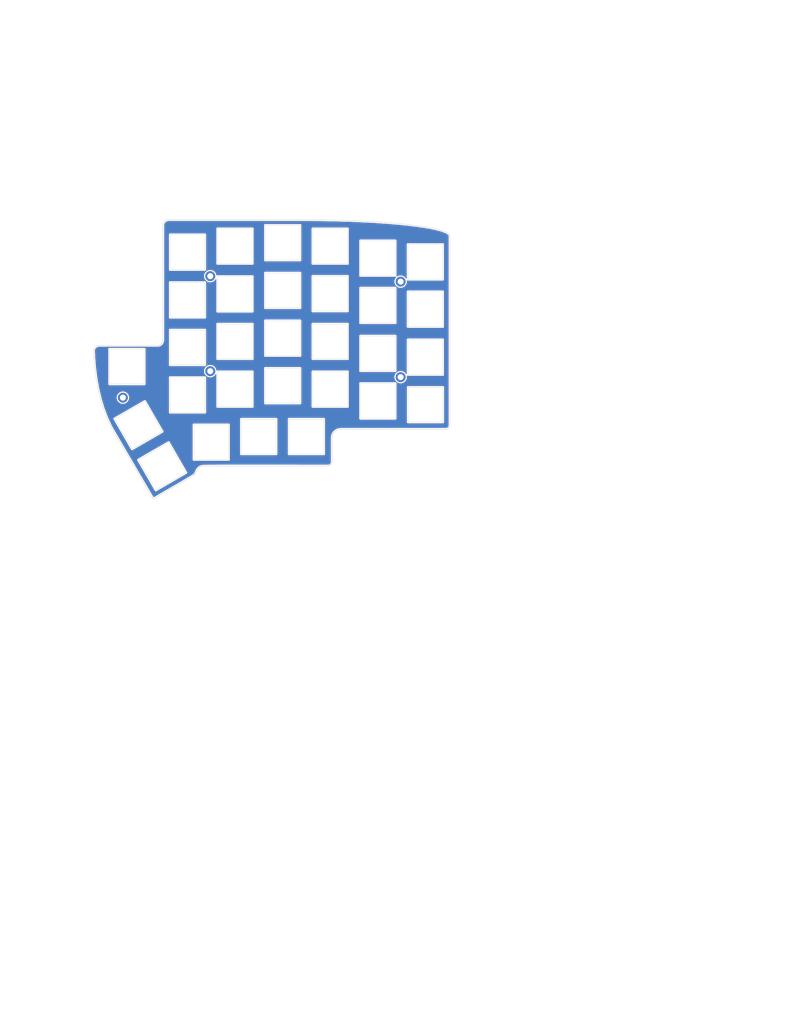
<source format=kicad_pcb>
(kicad_pcb (version 20221018) (generator pcbnew)
  (layers (0 "F.Cu" signal) (31 "B.Cu" signal) (34 "B.Paste" user) (35 "F.Paste" user) (36 "B.SilkS" user "B.Silkscreen") (37 "F.SilkS" user "F.Silkscreen") (38 "B.Mask" user) (39 "F.Mask" user) (44 "Edge.Cuts" user))
  (net 0 "")
  (footprint "Lily58-footprint:MX_Choc_Cutout" (layer "F.Cu") (at 215.697916 90.087656)
    (fp_text reference "SW18" hide)
    (fp_text value "SW_PUSH" hide)
    (fp_line (start -7 -7) (end 7 -7) (stroke (width 0.15)) (layer "Edge.Cuts"))
    (fp_line (start -7 7) (end -7 -7) (stroke (width 0.15)) (layer "Edge.Cuts"))
    (fp_line (start 7 -7) (end 7 7) (stroke (width 0.15)) (layer "Edge.Cuts"))
    (fp_line (start 7 7) (end -7 7) (stroke (width 0.15)) (layer "Edge.Cuts"))
    (zone (net 0) (net_name "") (layers "F&B.Cu") (connect_pads (clearance 0)) (min_thickness 0.25)
      (keepout (tracks not_allowed) (vias not_allowed) (pads not_allowed) (copperpour not_allowed) (footprints not_allowed))
      (fill (thermal_gap 0.5) (thermal_bridge_width 0.5))
      (polygon (pts (xy 208.697916 83.087656) (xy 208.697916 97.087656) (xy 222.697916 97.087656) (xy 222.697916 83.087656)))
    )
  )
  (footprint "Lily58-footprint:MX_Choc_Cutout" (layer "F.Cu") (at 196.697916 50.487656)
    (fp_text reference "SW5" hide)
    (fp_text value "SW_PUSH" hide)
    (fp_line (start -7 -7) (end 7 -7) (stroke (width 0.15)) (layer "Edge.Cuts"))
    (fp_line (start -7 7) (end -7 -7) (stroke (width 0.15)) (layer "Edge.Cuts"))
    (fp_line (start 7 -7) (end 7 7) (stroke (width 0.15)) (layer "Edge.Cuts"))
    (fp_line (start 7 7) (end -7 7) (stroke (width 0.15)) (layer "Edge.Cuts"))
    (zone (net 0) (net_name "") (layers "F&B.Cu") (connect_pads (clearance 0)) (min_thickness 0.25)
      (keepout (tracks not_allowed) (vias not_allowed) (pads not_allowed) (copperpour not_allowed) (footprints not_allowed))
      (fill (thermal_gap 0.5) (thermal_bridge_width 0.5))
      (polygon (pts (xy 189.697916 43.487656) (xy 189.697916 57.487656) (xy 203.697916 57.487656) (xy 203.697916 43.487656)))
    )
  )
  (footprint "Lily58-footprint:MX_Choc_Cutout" (layer "F.Cu") (at 215.697916 70.887656)
    (fp_text reference "SW12" hide)
    (fp_text value "SW_PUSH" hide)
    (fp_line (start -7 -7) (end 7 -7) (stroke (width 0.15)) (layer "Edge.Cuts"))
    (fp_line (start -7 7) (end -7 -7) (stroke (width 0.15)) (layer "Edge.Cuts"))
    (fp_line (start 7 -7) (end 7 7) (stroke (width 0.15)) (layer "Edge.Cuts"))
    (fp_line (start 7 7) (end -7 7) (stroke (width 0.15)) (layer "Edge.Cuts"))
    (zone (net 0) (net_name "") (layers "F&B.Cu") (connect_pads (clearance 0)) (min_thickness 0.25)
      (keepout (tracks not_allowed) (vias not_allowed) (pads not_allowed) (copperpour not_allowed) (footprints not_allowed))
      (fill (thermal_gap 0.5) (thermal_bridge_width 0.5))
      (polygon (pts (xy 208.697916 63.887656) (xy 208.697916 77.887656) (xy 222.697916 77.887656) (xy 222.697916 63.887656)))
    )
  )
  (footprint "Lily58-footprint:MX_Choc_Cutout" (layer "F.Cu") (at 129.997916 124.087656)
    (fp_text reference "SW27" hide)
    (fp_text value "SW_PUSH" hide)
    (fp_line (start -7 -7) (end 7 -7) (stroke (width 0.15)) (layer "Edge.Cuts"))
    (fp_line (start -7 7) (end -7 -7) (stroke (width 0.15)) (layer "Edge.Cuts"))
    (fp_line (start 7 -7) (end 7 7) (stroke (width 0.15)) (layer "Edge.Cuts"))
    (fp_line (start 7 7) (end -7 7) (stroke (width 0.15)) (layer "Edge.Cuts"))
    (zone (net 0) (net_name "") (layers "F&B.Cu") (connect_pads (clearance 0)) (min_thickness 0.25)
      (keepout (tracks not_allowed) (vias not_allowed) (pads not_allowed) (copperpour not_allowed) (footprints not_allowed))
      (fill (thermal_gap 0.5) (thermal_bridge_width 0.5))
      (polygon (pts (xy 122.997916 117.087656) (xy 122.997916 131.087656) (xy 136.997916 131.087656) (xy 136.997916 117.087656)))
    )
  )
  (footprint "Lily58-footprint:MX_Choc_Cutout" (layer "F.Cu") (at 168.097916 121.837656)
    (fp_text reference "SW29" hide)
    (fp_text value "SW_PUSH" hide)
    (fp_line (start -7 -7) (end 7 -7) (stroke (width 0.15)) (layer "Edge.Cuts"))
    (fp_line (start -7 7) (end -7 -7) (stroke (width 0.15)) (layer "Edge.Cuts"))
    (fp_line (start 7 -7) (end 7 7) (stroke (width 0.15)) (layer "Edge.Cuts"))
    (fp_line (start 7 7) (end -7 7) (stroke (width 0.15)) (layer "Edge.Cuts"))
    (zone (net 0) (net_name "") (layers "F&B.Cu") (connect_pads (clearance 0)) (min_thickness 0.25)
      (keepout (tracks not_allowed) (vias not_allowed) (pads not_allowed) (copperpour not_allowed) (footprints not_allowed))
      (fill (thermal_gap 0.5) (thermal_bridge_width 0.5))
      (polygon (pts (xy 161.097916 114.837656) (xy 161.097916 128.837656) (xy 175.097916 128.837656) (xy 175.097916 114.837656)))
    )
  )
  (footprint "Lily58-footprint:MX_Choc_Cutout" (layer "F.Cu") (at 139.497916 45.687656)
    (fp_text reference "SW2" hide)
    (fp_text value "SW_PUSH" hide)
    (fp_line (start -7 -7) (end 7 -7) (stroke (width 0.15)) (layer "Edge.Cuts"))
    (fp_line (start -7 7) (end -7 -7) (stroke (width 0.15)) (layer "Edge.Cuts"))
    (fp_line (start 7 -7) (end 7 7) (stroke (width 0.15)) (layer "Edge.Cuts"))
    (fp_line (start 7 7) (end -7 7) (stroke (width 0.15)) (layer "Edge.Cuts"))
    (zone (net 0) (net_name "") (layers "F&B.Cu") (connect_pads (clearance 0)) (min_thickness 0.25)
      (keepout (tracks not_allowed) (vias not_allowed) (pads not_allowed) (copperpour not_allowed) (footprints not_allowed))
      (fill (thermal_gap 0.5) (thermal_bridge_width 0.5))
      (polygon (pts (xy 132.497916 38.687656) (xy 132.497916 52.687656) (xy 146.497916 52.687656) (xy 146.497916 38.687656)))
    )
  )
  (footprint "Lily58-footprint:MX_Choc_Cutout" (layer "F.Cu") (at 158.597916 82.487656)
    (fp_text reference "SW15" hide)
    (fp_text value "SW_PUSH" hide)
    (fp_line (start -7 -7) (end 7 -7) (stroke (width 0.15)) (layer "Edge.Cuts"))
    (fp_line (start -7 7) (end -7 -7) (stroke (width 0.15)) (layer "Edge.Cuts"))
    (fp_line (start 7 -7) (end 7 7) (stroke (width 0.15)) (layer "Edge.Cuts"))
    (fp_line (start 7 7) (end -7 7) (stroke (width 0.15)) (layer "Edge.Cuts"))
    (zone (net 0) (net_name "") (layers "F&B.Cu") (connect_pads (clearance 0)) (min_thickness 0.25)
      (keepout (tracks not_allowed) (vias not_allowed) (pads not_allowed) (copperpour not_allowed) (footprints not_allowed))
      (fill (thermal_gap 0.5) (thermal_bridge_width 0.5))
      (polygon (pts (xy 151.597916 75.487656) (xy 151.597916 89.487656) (xy 165.597916 89.487656) (xy 165.597916 75.487656)))
    )
  )
  (footprint "Lily58-footprint:M2_HOLE_PCB" (layer "F.Cu") (at 205.797916 59.887656)
    (fp_text reference "TH4" hide)
    (fp_text value "HOLE")
    (pad "" thru_hole circle (at 0 0) (size 4 4) (drill 2.4) (layers "*.Cu" "*.Mask"))
  )
  (footprint "Lily58-footprint:MX_Choc_Cutout" (layer "F.Cu") (at 100.868833 117.284213 30)
    (fp_text reference "SW25" hide)
    (fp_text value "SW_PUSH" hide)
    (fp_line (start -7 -7) (end 7 -7) (stroke (width 0.15)) (layer "Edge.Cuts"))
    (fp_line (start -7 7) (end -7 -7) (stroke (width 0.15)) (layer "Edge.Cuts"))
    (fp_line (start 7 -7) (end 7 7) (stroke (width 0.15)) (layer "Edge.Cuts"))
    (fp_line (start 7 7) (end -7 7) (stroke (width 0.15)) (layer "Edge.Cuts"))
    (zone (net 0) (net_name "") (layers "F&B.Cu") (connect_pads (clearance 0)) (min_thickness 0.25)
      (keepout (tracks not_allowed) (vias not_allowed) (pads not_allowed) (copperpour not_allowed) (footprints not_allowed))
      (fill (thermal_gap 0.5) (thermal_bridge_width 0.5))
      (polygon (pts (xy 91.306655 114.722035) (xy 98.306655 126.846391) (xy 110.431011 119.846391) (xy 103.431011 107.722035)))
    )
  )
  (footprint "Lily58-footprint:MX_Choc_Cutout" (layer "F.Cu") (at 196.697916 69.387656)
    (fp_text reference "SW11" hide)
    (fp_text value "SW_PUSH" hide)
    (fp_line (start -7 -7) (end 7 -7) (stroke (width 0.15)) (layer "Edge.Cuts"))
    (fp_line (start -7 7) (end -7 -7) (stroke (width 0.15)) (layer "Edge.Cuts"))
    (fp_line (start 7 -7) (end 7 7) (stroke (width 0.15)) (layer "Edge.Cuts"))
    (fp_line (start 7 7) (end -7 7) (stroke (width 0.15)) (layer "Edge.Cuts"))
    (zone (net 0) (net_name "") (layers "F&B.Cu") (connect_pads (clearance 0)) (min_thickness 0.25)
      (keepout (tracks not_allowed) (vias not_allowed) (pads not_allowed) (copperpour not_allowed) (footprints not_allowed))
      (fill (thermal_gap 0.5) (thermal_bridge_width 0.5))
      (polygon (pts (xy 189.697916 62.387656) (xy 189.697916 76.387656) (xy 203.697916 76.387656) (xy 203.697916 62.387656)))
    )
  )
  (footprint "Lily58-footprint:MX_Choc_Cutout" (layer "F.Cu") (at 139.497916 64.787656)
    (fp_text reference "SW8" hide)
    (fp_text value "SW_PUSH" hide)
    (fp_line (start -7 -7) (end 7 -7) (stroke (width 0.15)) (layer "Edge.Cuts"))
    (fp_line (start -7 7) (end -7 -7) (stroke (width 0.15)) (layer "Edge.Cuts"))
    (fp_line (start 7 -7) (end 7 7) (stroke (width 0.15)) (layer "Edge.Cuts"))
    (fp_line (start 7 7) (end -7 7) (stroke (width 0.15)) (layer "Edge.Cuts"))
    (zone (net 0) (net_name "") (layers "F&B.Cu") (connect_pads (clearance 0)) (min_thickness 0.25)
      (keepout (tracks not_allowed) (vias not_allowed) (pads not_allowed) (copperpour not_allowed) (footprints not_allowed))
      (fill (thermal_gap 0.5) (thermal_bridge_width 0.5))
      (polygon (pts (xy 132.497916 57.787656) (xy 132.497916 71.787656) (xy 146.497916 71.787656) (xy 146.497916 57.787656)))
    )
  )
  (footprint "Lily58-footprint:M2_HOLE_PCB" (layer "F.Cu") (at 129.597916 95.687656)
    (fp_text reference "TH5" hide)
    (fp_text value "HOLE")
    (pad "" thru_hole circle (at 0 0) (size 4 4) (drill 2.4) (layers "*.Cu" "*.Mask"))
  )
  (footprint "Lily58-footprint:MX_Choc_Cutout" (layer "F.Cu") (at 120.497916 105.187656)
    (fp_text reference "SW19" hide)
    (fp_text value "SW_PUSH" hide)
    (fp_line (start -7 -7) (end 7 -7) (stroke (width 0.15)) (layer "Edge.Cuts"))
    (fp_line (start -7 7) (end -7 -7) (stroke (width 0.15)) (layer "Edge.Cuts"))
    (fp_line (start 7 -7) (end 7 7) (stroke (width 0.15)) (layer "Edge.Cuts"))
    (fp_line (start 7 7) (end -7 7) (stroke (width 0.15)) (layer "Edge.Cuts"))
    (zone (net 0) (net_name "") (layers "F&B.Cu") (connect_pads (clearance 0)) (min_thickness 0.25)
      (keepout (tracks not_allowed) (vias not_allowed) (pads not_allowed) (copperpour not_allowed) (footprints not_allowed))
      (fill (thermal_gap 0.5) (thermal_bridge_width 0.5))
      (polygon (pts (xy 113.497916 98.187656) (xy 113.497916 112.187656) (xy 127.497916 112.187656) (xy 127.497916 98.187656)))
    )
  )
  (footprint "Lily58-footprint:MX_Choc_Cutout" (layer "F.Cu") (at 120.497916 48.087656)
    (fp_text reference "SW1" hide)
    (fp_text value "SW_PUSH" hide)
    (fp_line (start -7 -7) (end 7 -7) (stroke (width 0.15)) (layer "Edge.Cuts"))
    (fp_line (start -7 7) (end -7 -7) (stroke (width 0.15)) (layer "Edge.Cuts"))
    (fp_line (start 7 -7) (end 7 7) (stroke (width 0.15)) (layer "Edge.Cuts"))
    (fp_line (start 7 7) (end -7 7) (stroke (width 0.15)) (layer "Edge.Cuts"))
    (zone (net 0) (net_name "") (layers "F&B.Cu") (connect_pads (clearance 0)) (min_thickness 0.25)
      (keepout (tracks not_allowed) (vias not_allowed) (pads not_allowed) (copperpour not_allowed) (footprints not_allowed))
      (fill (thermal_gap 0.5) (thermal_bridge_width 0.5))
      (polygon (pts (xy 113.497916 41.087656) (xy 113.497916 55.087656) (xy 127.497916 55.087656) (xy 127.497916 41.087656)))
    )
  )
  (footprint "Lily58-footprint:MX_Choc_Cutout" (layer "F.Cu") (at 177.597916 64.687656)
    (fp_text reference "SW10" hide)
    (fp_text value "SW_PUSH" hide)
    (fp_line (start -7 -7) (end 7 -7) (stroke (width 0.15)) (layer "Edge.Cuts"))
    (fp_line (start -7 7) (end -7 -7) (stroke (width 0.15)) (layer "Edge.Cuts"))
    (fp_line (start 7 -7) (end 7 7) (stroke (width 0.15)) (layer "Edge.Cuts"))
    (fp_line (start 7 7) (end -7 7) (stroke (width 0.15)) (layer "Edge.Cuts"))
    (zone (net 0) (net_name "") (layers "F&B.Cu") (connect_pads (clearance 0)) (min_thickness 0.25)
      (keepout (tracks not_allowed) (vias not_allowed) (pads not_allowed) (copperpour not_allowed) (footprints not_allowed))
      (fill (thermal_gap 0.5) (thermal_bridge_width 0.5))
      (polygon (pts (xy 170.597916 57.687656) (xy 170.597916 71.687656) (xy 184.597916 71.687656) (xy 184.597916 57.687656)))
    )
  )
  (footprint "Lily58-footprint:MX_Choc_Cutout" (layer "F.Cu") (at 196.697916 88.587656)
    (fp_text reference "SW17" hide)
    (fp_text value "SW_PUSH" hide)
    (fp_line (start -7 -7) (end 7 -7) (stroke (width 0.15)) (layer "Edge.Cuts"))
    (fp_line (start -7 7) (end -7 -7) (stroke (width 0.15)) (layer "Edge.Cuts"))
    (fp_line (start 7 -7) (end 7 7) (stroke (width 0.15)) (layer "Edge.Cuts"))
    (fp_line (start 7 7) (end -7 7) (stroke (width 0.15)) (layer "Edge.Cuts"))
    (zone (net 0) (net_name "") (layers "F&B.Cu") (connect_pads (clearance 0)) (min_thickness 0.25)
      (keepout (tracks not_allowed) (vias not_allowed) (pads not_allowed) (copperpour not_allowed) (footprints not_allowed))
      (fill (thermal_gap 0.5) (thermal_bridge_width 0.5))
      (polygon (pts (xy 189.697916 81.587656) (xy 189.697916 95.587656) (xy 203.697916 95.587656) (xy 203.697916 81.587656)))
    )
  )
  (footprint "Lily58-footprint:MX_Choc_Cutout" (layer "F.Cu") (at 110.368833 133.738695 30)
    (fp_text reference "SW26" hide)
    (fp_text value "SW_PUSH" hide)
    (fp_line (start -7 -7) (end 7 -7) (stroke (width 0.15)) (layer "Edge.Cuts"))
    (fp_line (start -7 7) (end -7 -7) (stroke (width 0.15)) (layer "Edge.Cuts"))
    (fp_line (start 7 -7) (end 7 7) (stroke (width 0.15)) (layer "Edge.Cuts"))
    (fp_line (start 7 7) (end -7 7) (stroke (width 0.15)) (layer "Edge.Cuts"))
    (zone (net 0) (net_name "") (layers "F&B.Cu") (connect_pads (clearance 0)) (min_thickness 0.25)
      (keepout (tracks not_allowed) (vias not_allowed) (pads not_allowed) (copperpour not_allowed) (footprints not_allowed))
      (fill (thermal_gap 0.5) (thermal_bridge_width 0.5))
      (polygon (pts (xy 100.806655 131.176517) (xy 107.806655 143.300873) (xy 119.931011 136.300873) (xy 112.931011 124.176517)))
    )
  )
  (footprint "Lily58-footprint:MX_Choc_Cutout" (layer "F.Cu") (at 139.497916 102.887656)
    (fp_text reference "SW20" hide)
    (fp_text value "SW_PUSH" hide)
    (fp_line (start -7 -7) (end 7 -7) (stroke (width 0.15)) (layer "Edge.Cuts"))
    (fp_line (start -7 7) (end -7 -7) (stroke (width 0.15)) (layer "Edge.Cuts"))
    (fp_line (start 7 -7) (end 7 7) (stroke (width 0.15)) (layer "Edge.Cuts"))
    (fp_line (start 7 7) (end -7 7) (stroke (width 0.15)) (layer "Edge.Cuts"))
    (zone (net 0) (net_name "") (layers "F&B.Cu") (connect_pads (clearance 0)) (min_thickness 0.25)
      (keepout (tracks not_allowed) (vias not_allowed) (pads not_allowed) (copperpour not_allowed) (footprints not_allowed))
      (fill (thermal_gap 0.5) (thermal_bridge_width 0.5))
      (polygon (pts (xy 132.497916 95.887656) (xy 132.497916 109.887656) (xy 146.497916 109.887656) (xy 146.497916 95.887656)))
    )
  )
  (footprint "Lily58-footprint:MX_Choc_Cutout" (layer "F.Cu") (at 120.497916 67.187656)
    (fp_text reference "SW7" hide)
    (fp_text value "SW_PUSH" hide)
    (fp_line (start -7 -7) (end 7 -7) (stroke (width 0.15)) (layer "Edge.Cuts"))
    (fp_line (start -7 7) (end -7 -7) (stroke (width 0.15)) (layer "Edge.Cuts"))
    (fp_line (start 7 -7) (end 7 7) (stroke (width 0.15)) (layer "Edge.Cuts"))
    (fp_line (start 7 7) (end -7 7) (stroke (width 0.15)) (layer "Edge.Cuts"))
    (zone (net 0) (net_name "") (layers "F&B.Cu") (connect_pads (clearance 0)) (min_thickness 0.25)
      (keepout (tracks not_allowed) (vias not_allowed) (pads not_allowed) (copperpour not_allowed) (footprints not_allowed))
      (fill (thermal_gap 0.5) (thermal_bridge_width 0.5))
      (polygon (pts (xy 113.497916 60.187656) (xy 113.497916 74.187656) (xy 127.497916 74.187656) (xy 127.497916 60.187656)))
    )
  )
  (footprint "Lily58-footprint:MX_Choc_Cutout" (layer "F.Cu") (at 177.597916 83.787656)
    (fp_text reference "SW16" hide)
    (fp_text value "SW_PUSH" hide)
    (fp_line (start -7 -7) (end 7 -7) (stroke (width 0.15)) (layer "Edge.Cuts"))
    (fp_line (start -7 7) (end -7 -7) (stroke (width 0.15)) (layer "Edge.Cuts"))
    (fp_line (start 7 -7) (end 7 7) (stroke (width 0.15)) (layer "Edge.Cuts"))
    (fp_line (start 7 7) (end -7 7) (stroke (width 0.15)) (layer "Edge.Cuts"))
    (zone (net 0) (net_name "") (layers "F&B.Cu") (connect_pads (clearance 0)) (min_thickness 0.25)
      (keepout (tracks not_allowed) (vias not_allowed) (pads not_allowed) (copperpour not_allowed) (footprints not_allowed))
      (fill (thermal_gap 0.5) (thermal_bridge_width 0.5))
      (polygon (pts (xy 170.597916 76.787656) (xy 170.597916 90.787656) (xy 184.597916 90.787656) (xy 184.597916 76.787656)))
    )
  )
  (footprint "Lily58-footprint:MX_Choc_Cutout" (layer "F.Cu") (at 158.597916 63.387656)
    (fp_text reference "SW9" hide)
    (fp_text value "SW_PUSH" hide)
    (fp_line (start -7 -7) (end 7 -7) (stroke (width 0.15)) (layer "Edge.Cuts"))
    (fp_line (start -7 7) (end -7 -7) (stroke (width 0.15)) (layer "Edge.Cuts"))
    (fp_line (start 7 -7) (end 7 7) (stroke (width 0.15)) (layer "Edge.Cuts"))
    (fp_line (start 7 7) (end -7 7) (stroke (width 0.15)) (layer "Edge.Cuts"))
    (zone (net 0) (net_name "") (layers "F&B.Cu") (connect_pads (clearance 0)) (min_thickness 0.25)
      (keepout (tracks not_allowed) (vias not_allowed) (pads not_allowed) (copperpour not_allowed) (footprints not_allowed))
      (fill (thermal_gap 0.5) (thermal_bridge_width 0.5))
      (polygon (pts (xy 151.597916 56.387656) (xy 151.597916 70.387656) (xy 165.597916 70.387656) (xy 165.597916 56.387656)))
    )
  )
  (footprint "Lily58-footprint:MX_Choc_Cutout" (layer "F.Cu") (at 177.597916 45.687656)
    (fp_text reference "SW4" hide)
    (fp_text value "SW_PUSH" hide)
    (fp_line (start -7 -7) (end 7 -7) (stroke (width 0.15)) (layer "Edge.Cuts"))
    (fp_line (start -7 7) (end -7 -7) (stroke (width 0.15)) (layer "Edge.Cuts"))
    (fp_line (start 7 -7) (end 7 7) (stroke (width 0.15)) (layer "Edge.Cuts"))
    (fp_line (start 7 7) (end -7 7) (stroke (width 0.15)) (layer "Edge.Cuts"))
    (zone (net 0) (net_name "") (layers "F&B.Cu") (connect_pads (clearance 0)) (min_thickness 0.25)
      (keepout (tracks not_allowed) (vias not_allowed) (pads not_allowed) (copperpour not_allowed) (footprints not_allowed))
      (fill (thermal_gap 0.5) (thermal_bridge_width 0.5))
      (polygon (pts (xy 170.597916 38.687656) (xy 170.597916 52.687656) (xy 184.597916 52.687656) (xy 184.597916 38.687656)))
    )
  )
  (footprint "Lily58-footprint:M2_HOLE_PCB" (layer "F.Cu") (at 94.640916 106.291656 90)
    (fp_text reference "TH7" hide)
    (fp_text value "HOLE")
    (pad "" thru_hole circle (at 0 0 90) (size 4 4) (drill 2.4) (layers "*.Cu" "*.Mask"))
  )
  (footprint "Lily58-footprint:MX_Choc_Cutout" (layer "F.Cu") (at 215.747916 109.087656)
    (fp_text reference "SW24" hide)
    (fp_text value "SW_PUSH" hide)
    (fp_line (start -7 -7) (end 7 -7) (stroke (width 0.15)) (layer "Edge.Cuts"))
    (fp_line (start -7 7) (end -7 -7) (stroke (width 0.15)) (layer "Edge.Cuts"))
    (fp_line (start 7 -7) (end 7 7) (stroke (width 0.15)) (layer "Edge.Cuts"))
    (fp_line (start 7 7) (end -7 7) (stroke (width 0.15)) (layer "Edge.Cuts"))
    (zone (net 0) (net_name "") (layers "F&B.Cu") (connect_pads (clearance 0)) (min_thickness 0.25)
      (keepout (tracks not_allowed) (vias not_allowed) (pads not_allowed) (copperpour not_allowed) (footprints not_allowed))
      (fill (thermal_gap 0.5) (thermal_bridge_width 0.5))
      (polygon (pts (xy 208.747916 102.087656) (xy 208.747916 116.087656) (xy 222.747916 116.087656) (xy 222.747916 102.087656)))
    )
  )
  (footprint "Lily58-footprint:MX_Choc_Cutout" (layer "F.Cu") (at 158.597916 44.297656)
    (fp_text reference "SW3" hide)
    (fp_text value "SW_PUSH" hide)
    (fp_line (start -7 -7) (end 7 -7) (stroke (width 0.15)) (layer "Edge.Cuts"))
    (fp_line (start -7 7) (end -7 -7) (stroke (width 0.15)) (layer "Edge.Cuts"))
    (fp_line (start 7 -7) (end 7 7) (stroke (width 0.15)) (layer "Edge.Cuts"))
    (fp_line (start 7 7) (end -7 7) (stroke (width 0.15)) (layer "Edge.Cuts"))
    (zone (net 0) (net_name "") (layers "F&B.Cu") (connect_pads (clearance 0)) (min_thickness 0.25)
      (keepout (tracks not_allowed) (vias not_allowed) (pads not_allowed) (copperpour not_allowed) (footprints not_allowed))
      (fill (thermal_gap 0.5) (thermal_bridge_width 0.5))
      (polygon (pts (xy 151.597916 37.297656) (xy 151.597916 51.297656) (xy 165.597916 51.297656) (xy 165.597916 37.297656)))
    )
  )
  (footprint "Lily58-footprint:MX_Choc_Cutout" (layer "F.Cu") (at 148.997916 121.837656)
    (fp_text reference "SW28" hide)
    (fp_text value "SW_PUSH" hide)
    (fp_line (start -7 -7) (end 7 -7) (stroke (width 0.15)) (layer "Edge.Cuts"))
    (fp_line (start -7 7) (end -7 -7) (stroke (width 0.15)) (layer "Edge.Cuts"))
    (fp_line (start 7 -7) (end 7 7) (stroke (width 0.15)) (layer "Edge.Cuts"))
    (fp_line (start 7 7) (end -7 7) (stroke (width 0.15)) (layer "Edge.Cuts"))
    (zone (net 0) (net_name "") (layers "F&B.Cu") (connect_pads (clearance 0)) (min_thickness 0.25)
      (keepout (tracks not_allowed) (vias not_allowed) (pads not_allowed) (copperpour not_allowed) (footprints not_allowed))
      (fill (thermal_gap 0.5) (thermal_bridge_width 0.5))
      (polygon (pts (xy 141.997916 114.837656) (xy 141.997916 128.837656) (xy 155.997916 128.837656) (xy 155.997916 114.837656)))
    )
  )
  (footprint "Lily58-footprint:MX_Choc_Cutout" (layer "F.Cu") (at 139.497916 83.787656)
    (fp_text reference "SW14" hide)
    (fp_text value "SW_PUSH" hide)
    (fp_line (start -7 -7) (end 7 -7) (stroke (width 0.15)) (layer "Edge.Cuts"))
    (fp_line (start -7 7) (end -7 -7) (stroke (width 0.15)) (layer "Edge.Cuts"))
    (fp_line (start 7 -7) (end 7 7) (stroke (width 0.15)) (layer "Edge.Cuts"))
    (fp_line (start 7 7) (end -7 7) (stroke (width 0.15)) (layer "Edge.Cuts"))
    (zone (net 0) (net_name "") (layers "F&B.Cu") (connect_pads (clearance 0)) (min_thickness 0.25)
      (keepout (tracks not_allowed) (vias not_allowed) (pads not_allowed) (copperpour not_allowed) (footprints not_allowed))
      (fill (thermal_gap 0.5) (thermal_bridge_width 0.5))
      (polygon (pts (xy 132.497916 76.787656) (xy 132.497916 90.787656) (xy 146.497916 90.787656) (xy 146.497916 76.787656)))
    )
  )
  (footprint "Lily58-footprint:MX_Choc_Cutout" (layer "F.Cu") (at 196.697916 107.587656)
    (fp_text reference "SW23" hide)
    (fp_text value "SW_PUSH" hide)
    (fp_line (start -7 -7) (end 7 -7) (stroke (width 0.15)) (layer "Edge.Cuts"))
    (fp_line (start -7 7) (end -7 -7) (stroke (width 0.15)) (layer "Edge.Cuts"))
    (fp_line (start 7 -7) (end 7 7) (stroke (width 0.15)) (layer "Edge.Cuts"))
    (fp_line (start 7 7) (end -7 7) (stroke (width 0.15)) (layer "Edge.Cuts"))
    (zone (net 0) (net_name "") (layers "F&B.Cu") (connect_pads (clearance 0)) (min_thickness 0.25)
      (keepout (tracks not_allowed) (vias not_allowed) (pads not_allowed) (copperpour not_allowed) (footprints not_allowed))
      (fill (thermal_gap 0.5) (thermal_bridge_width 0.5))
      (polygon (pts (xy 189.697916 100.587656) (xy 189.697916 114.587656) (xy 203.697916 114.587656) (xy 203.697916 100.587656)))
    )
  )
  (footprint "Lily58-footprint:M2_HOLE_PCB" (layer "F.Cu") (at 129.597916 57.687656)
    (fp_text reference "TH3" hide)
    (fp_text value "HOLE")
    (pad "" thru_hole circle (at 0 0) (size 4 4) (drill 2.4) (layers "*.Cu" "*.Mask"))
  )
  (footprint "Lily58-footprint:MX_Choc_Cutout" (layer "F.Cu") (at 177.597916 102.887656)
    (fp_text reference "SW22" hide)
    (fp_text value "SW_PUSH" hide)
    (fp_line (start -7 -7) (end 7 -7) (stroke (width 0.15)) (layer "Edge.Cuts"))
    (fp_line (start -7 7) (end -7 -7) (stroke (width 0.15)) (layer "Edge.Cuts"))
    (fp_line (start 7 -7) (end 7 7) (stroke (width 0.15)) (layer "Edge.Cuts"))
    (fp_line (start 7 7) (end -7 7) (stroke (width 0.15)) (layer "Edge.Cuts"))
    (zone (net 0) (net_name "") (layers "F&B.Cu") (connect_pads (clearance 0)) (min_thickness 0.25)
      (keepout (tracks not_allowed) (vias not_allowed) (pads not_allowed) (copperpour not_allowed) (footprints not_allowed))
      (fill (thermal_gap 0.5) (thermal_bridge_width 0.5))
      (polygon (pts (xy 170.597916 95.887656) (xy 170.597916 109.887656) (xy 184.597916 109.887656) (xy 184.597916 95.887656)))
    )
  )
  (footprint "Lily58-footprint:MX_Choc_Cutout" (layer "F.Cu") (at 120.497916 86.187656)
    (fp_text reference "SW13" hide)
    (fp_text value "SW_PUSH" hide)
    (fp_line (start -7 -7) (end 7 -7) (stroke (width 0.15)) (layer "Edge.Cuts"))
    (fp_line (start -7 7) (end -7 -7) (stroke (width 0.15)) (layer "Edge.Cuts"))
    (fp_line (start 7 -7) (end 7 7) (stroke (width 0.15)) (layer "Edge.Cuts"))
    (fp_line (start 7 7) (end -7 7) (stroke (width 0.15)) (layer "Edge.Cuts"))
    (zone (net 0) (net_name "") (layers "F&B.Cu") (connect_pads (clearance 0)) (min_thickness 0.25)
      (keepout (tracks not_allowed) (vias not_allowed) (pads not_allowed) (copperpour not_allowed) (footprints not_allowed))
      (fill (thermal_gap 0.5) (thermal_bridge_width 0.5))
      (polygon (pts (xy 113.497916 79.187656) (xy 113.497916 93.187656) (xy 127.497916 93.187656) (xy 127.497916 79.187656)))
    )
  )
  (footprint "Lily58-footprint:MX_Choc_Cutout" (layer "F.Cu") (at 96.257808 93.842911)
    (fp_text reference "ENC1" hide)
    (fp_text value "RotaryEncoder_Switch" hide)
    (fp_line (start -7 -7) (end 7 -7) (stroke (width 0.15)) (layer "Edge.Cuts"))
    (fp_line (start -7 7) (end -7 -7) (stroke (width 0.15)) (layer "Edge.Cuts"))
    (fp_line (start 7 -7) (end 7 7) (stroke (width 0.15)) (layer "Edge.Cuts"))
    (fp_line (start 7 7) (end -7 7) (stroke (width 0.15)) (layer "Edge.Cuts"))
    (zone (net 0) (net_name "") (layers "F&B.Cu") (connect_pads (clearance 0)) (min_thickness 0.25)
      (keepout (tracks not_allowed) (vias not_allowed) (pads not_allowed) (copperpour not_allowed) (footprints not_allowed))
      (fill (thermal_gap 0.5) (thermal_bridge_width 0.5))
      (polygon (pts (xy 89.257808 86.842911) (xy 89.257808 100.842911) (xy 103.257808 100.842911) (xy 103.257808 86.842911)))
    )
  )
  (footprint "Lily58-footprint:MX_Choc_Cutout" (layer "F.Cu") (at 215.697916 51.987656)
    (fp_text reference "SW6" hide)
    (fp_text value "SW_PUSH" hide)
    (fp_line (start -7 -7) (end 7 -7) (stroke (width 0.15)) (layer "Edge.Cuts"))
    (fp_line (start -7 7) (end -7 -7) (stroke (width 0.15)) (layer "Edge.Cuts"))
    (fp_line (start 7 -7) (end 7 7) (stroke (width 0.15)) (layer "Edge.Cuts"))
    (fp_line (start 7 7) (end -7 7) (stroke (width 0.15)) (layer "Edge.Cuts"))
    (zone (net 0) (net_name "") (layers "F&B.Cu") (connect_pads (clearance 0)) (min_thickness 0.25)
      (keepout (tracks not_allowed) (vias not_allowed) (pads not_allowed) (copperpour not_allowed) (footprints not_allowed))
      (fill (thermal_gap 0.5) (thermal_bridge_width 0.5))
      (polygon (pts (xy 208.697916 44.987656) (xy 208.697916 58.987656) (xy 222.697916 58.987656) (xy 222.697916 44.987656)))
    )
  )
  (footprint "Lily58-footprint:MX_Choc_Cutout" (layer "F.Cu") (at 158.597916 101.487656)
    (fp_text reference "SW21" hide)
    (fp_text value "SW_PUSH" hide)
    (fp_line (start -7 -7) (end 7 -7) (stroke (width 0.15)) (layer "Edge.Cuts"))
    (fp_line (start -7 7) (end -7 -7) (stroke (width 0.15)) (layer "Edge.Cuts"))
    (fp_line (start 7 -7) (end 7 7) (stroke (width 0.15)) (layer "Edge.Cuts"))
    (fp_line (start 7 7) (end -7 7) (stroke (width 0.15)) (layer "Edge.Cuts"))
    (zone (net 0) (net_name "") (layers "F&B.Cu") (connect_pads (clearance 0)) (min_thickness 0.25)
      (keepout (tracks not_allowed) (vias not_allowed) (pads not_allowed) (copperpour not_allowed) (footprints not_allowed))
      (fill (thermal_gap 0.5) (thermal_bridge_width 0.5))
      (polygon (pts (xy 151.597916 94.487656) (xy 151.597916 108.487656) (xy 165.597916 108.487656) (xy 165.597916 94.487656)))
    )
  )
  (footprint "Lily58-footprint:M2_HOLE_PCB" (layer "F.Cu") (at 205.797916 98.087656)
    (fp_text reference "TH6" hide)
    (fp_text value "HOLE")
    (pad "" thru_hole circle (at 0 0) (size 4 4) (drill 2.4) (layers "*.Cu" "*.Mask"))
  )
  (gr_line (start 123.658113 136.571583) (end 123.519897 136.826392) (stroke (width 0.2)) (layer "Edge.Cuts"))
  (gr_line (start 213.422752 118.877391) (end 218.690334 118.877391) (stroke (width 0.2)) (layer "Edge.Cuts"))
  (gr_line (start 85.160319 85.457983) (end 84.712477 85.502055) (stroke (width 0.2)) (layer "Edge.Cuts"))
  (gr_line (start 194.98415 35.953491) (end 192.474099 35.813348) (stroke (width 0.2)) (layer "Edge.Cuts"))
  (gr_line (start 225.457916 98.414146) (end 225.457916 107.895768) (stroke (width 0.2)) (layer "Edge.Cuts"))
  (gr_line (start 197.4218 36.106302) (end 194.98415 35.953491) (stroke (width 0.2)) (layer "Edge.Cuts"))
  (gr_line (start 178.317264 132.060507) (end 178.286817 132.363003) (stroke (width 0.2)) (layer "Edge.Cuts"))
  (gr_line (start 189.895288 35.686269) (end 187.251361 35.572652) (stroke (width 0.2)) (layer "Edge.Cuts"))
  (gr_line (start 124.048809 135.622364) (end 124.371313 135.027811) (stroke (width 0.2)) (layer "Edge.Cuts"))
  (gr_line (start 126.576211 133.612386) (end 127.273983 133.583175) (stroke (width 0.2)) (layer "Edge.Cuts"))
  (gr_line (start 225.457915 117.377391) (end 225.427468 117.679887) (stroke (width 0.2)) (layer "Edge.Cuts"))
  (gr_line (start 106.549217 146.36413) (end 106.66625 146.463778) (stroke (width 0.2)) (layer "Edge.Cuts"))
  (gr_line (start 179.859689 119.474721) (end 180.454242 119.152217) (stroke (width 0.2)) (layer "Edge.Cuts"))
  (gr_line (start 162.07822 133.554806) (end 176.817264 133.560507) (stroke (width 0.2)) (layer "Edge.Cuts"))
  (gr_line (start 109.735939 85.08242) (end 110.061411 84.813891) (stroke (width 0.2)) (layer "Edge.Cuts"))
  (gr_line (start 100.044952 135.273996) (end 101.720646 138.140315) (stroke (width 0.2)) (layer "Edge.Cuts"))
  (gr_line (start 111.34917 35.843994) (end 111.080688 36.169525) (stroke (width 0.2)) (layer "Edge.Cuts"))
  (gr_line (start 177.401416 133.442725) (end 177.11976 133.53006) (stroke (width 0.2)) (layer "Edge.Cuts"))
  (gr_line (start 178.317264 122.377391) (end 178.388307 121.671567) (stroke (width 0.2)) (layer "Edge.Cuts"))
  (gr_line (start 83.923654 85.829784) (end 83.599225 86.096874) (stroke (width 0.2)) (layer "Edge.Cuts"))
  (gr_line (start 178.061265 132.899468) (end 177.878177 133.12142) (stroke (width 0.2)) (layer "Edge.Cuts"))
  (gr_line (start 109.362286 85.285137) (end 109.735939 85.08242) (stroke (width 0.2)) (layer "Edge.Cuts"))
  (gr_line (start 213.879353 37.737121) (end 212.15207 37.497278) (stroke (width 0.2)) (layer "Edge.Cuts"))
  (gr_line (start 224.260411 118.846944) (end 223.957915 118.877391) (stroke (width 0.2)) (layer "Edge.Cuts"))
  (gr_line (start 202.887589 118.877391) (end 208.155171 118.877391) (stroke (width 0.2)) (layer "Edge.Cuts"))
  (gr_line (start 219.700162 38.78342) (end 218.415494 38.509601) (stroke (width 0.2)) (layer "Edge.Cuts"))
  (gr_line (start 197.620008 118.877391) (end 202.887589 118.877391) (stroke (width 0.2)) (layer "Edge.Cuts"))
  (gr_line (start 106.933174 146.55522) (end 107.082128 146.545714) (stroke (width 0.2)) (layer "Edge.Cuts"))
  (gr_line (start 98.369257 132.407676) (end 100.044952 135.273996) (stroke (width 0.2)) (layer "Edge.Cuts"))
  (gr_line (start 224.765675 40.569949) (end 224.25422 40.257085) (stroke (width 0.2)) (layer "Edge.Cuts"))
  (gr_line (start 223.604789 39.949734) (end 222.821025 39.648296) (stroke (width 0.2)) (layer "Edge.Cuts"))
  (gr_line (start 84.018888 98.778481) (end 84.744999 102.782902) (stroke (width 0.2)) (layer "Edge.Cuts"))
  (gr_line (start 173.182488 35.220409) (end 170.224367 35.195911) (stroke (width 0.2)) (layer "Edge.Cuts"))
  (gr_line (start 215.501447 37.986053) (end 213.879353 37.737121) (stroke (width 0.2)) (layer "Edge.Cuts"))
  (gr_line (start 124.798519 134.509922) (end 125.316408 134.082716) (stroke (width 0.2)) (layer "Edge.Cuts"))
  (gr_line (start 147.339176 133.554806) (end 154.708698 133.554806) (stroke (width 0.2)) (layer "Edge.Cuts"))
  (gr_line (start 110.70529 83.257885) (end 110.70529 37.413639) (stroke (width 0.2)) (layer "Edge.Cuts"))
  (gr_line (start 106.443759 146.229396) (end 106.549217 146.36413) (stroke (width 0.2)) (layer "Edge.Cuts"))
  (gr_line (start 218.415494 38.509601) (end 217.014708 38.243679) (stroke (width 0.2)) (layer "Edge.Cuts"))
  (gr_line (start 208.155171 118.877391) (end 213.422752 118.877391) (stroke (width 0.2)) (layer "Edge.Cuts"))
  (gr_line (start 107.082128 146.545714) (end 107.240786 146.498524) (stroke (width 0.2)) (layer "Edge.Cuts"))
  (gr_line (start 112.048294 35.372748) (end 111.674642 35.575465) (stroke (width 0.2)) (layer "Edge.Cuts"))
  (gr_line (start 88.289674 114.405729) (end 89.991249 118.077196) (stroke (width 0.2)) (layer "Edge.Cuts"))
  (gr_line (start 202.06532 36.448336) (end 199.783404 36.271383) (stroke (width 0.2)) (layer "Edge.Cuts"))
  (gr_line (start 91.666479 120.942398) (end 93.342174 123.808718) (stroke (width 0.2)) (layer "Edge.Cuts"))
  (gr_line (start 225.13551 40.887929) (end 224.765675 40.569949) (stroke (width 0.2)) (layer "Edge.Cuts"))
  (gr_line (start 111.157452 144.223942) (end 112.833146 143.253803) (stroke (width 0.2)) (layer "Edge.Cuts"))
  (gr_line (start 222.821025 39.648296) (end 221.906571 39.353165) (stroke (width 0.2)) (layer "Edge.Cuts"))
  (gr_line (start 178.199481 132.644659) (end 178.061265 132.899468) (stroke (width 0.2)) (layer "Edge.Cuts"))
  (gr_line (start 108.505682 85.457885) (end 108.949264 85.413229) (stroke (width 0.2)) (layer "Edge.Cuts"))
  (gr_line (start 178.286817 132.363003) (end 178.199481 132.644659) (stroke (width 0.2)) (layer "Edge.Cuts"))
  (gr_line (start 123.782211 136.289927) (end 124.048809 135.622364) (stroke (width 0.2)) (layer "Edge.Cuts"))
  (gr_line (start 110.532573 84.114642) (end 110.660643 83.701546) (stroke (width 0.2)) (layer "Edge.Cuts"))
  (gr_line (start 177.878177 133.12142) (end 177.656224 133.304509) (stroke (width 0.2)) (layer "Edge.Cuts"))
  (gr_line (start 83.488213 94.745319) (end 84.018888 98.778481) (stroke (width 0.2)) (layer "Edge.Cuts"))
  (gr_line (start 110.660643 83.701546) (end 110.70529 83.257885) (stroke (width 0.2)) (layer "Edge.Cuts"))
  (gr_line (start 178.914594 120.419816) (end 179.3418 119.901927) (stroke (width 0.2)) (layer "Edge.Cuts"))
  (gr_line (start 192.352427 118.877391) (end 197.620008 118.877391) (stroke (width 0.2)) (layer "Edge.Cuts"))
  (gr_line (start 225.457916 88.932523) (end 225.457916 98.414146) (stroke (width 0.2)) (layer "Edge.Cuts"))
  (gr_line (start 225.457916 41.524411) (end 225.457916 51.006034) (stroke (width 0.2)) (layer "Edge.Cuts"))
  (gr_line (start 192.474099 35.813348) (end 189.895288 35.686269) (stroke (width 0.2)) (layer "Edge.Cuts"))
  (gr_line (start 108.949264 85.413229) (end 109.362286 85.285137) (stroke (width 0.2)) (layer "Edge.Cuts"))
  (gr_line (start 178.317264 124.81347) (end 178.317264 126.03151) (stroke (width 0.2)) (layer "Edge.Cuts"))
  (gr_line (start 83.133606 90.705217) (end 83.488213 94.745319) (stroke (width 0.2)) (layer "Edge.Cuts"))
  (gr_line (start 225.427468 117.679887) (end 225.340133 117.961543) (stroke (width 0.2)) (layer "Edge.Cuts"))
  (gr_line (start 106.794392 146.527691) (end 106.933174 146.55522) (stroke (width 0.2)) (layer "Edge.Cuts"))
  (gr_line (start 93.342174 123.808718) (end 95.017868 126.675037) (stroke (width 0.2)) (layer "Edge.Cuts"))
  (gr_line (start 187.251361 35.572652) (end 184.54596 35.472895) (stroke (width 0.2)) (layer "Edge.Cuts"))
  (gr_line (start 225.018828 118.438304) (end 224.796876 118.621392) (stroke (width 0.2)) (layer "Edge.Cuts"))
  (gr_line (start 84.297497 85.62875) (end 83.923654 85.829784) (stroke (width 0.2)) (layer "Edge.Cuts"))
  (gr_line (start 154.708698 133.554806) (end 162.07822 133.554806) (stroke (width 0.2)) (layer "Edge.Cuts"))
  (gr_line (start 112.857861 35.187656) (end 112.461317 35.244656) (stroke (width 0.2)) (layer "Edge.Cuts"))
  (gr_line (start 224.25422 40.257085) (end 223.604789 39.949734) (stroke (width 0.2)) (layer "Edge.Cuts"))
  (gr_line (start 181.11144 118.948434) (end 181.817264 118.877391) (stroke (width 0.2)) (layer "Edge.Cuts"))
  (gr_line (start 178.388307 121.671567) (end 178.59209 121.014369) (stroke (width 0.2)) (layer "Edge.Cuts"))
  (gr_line (start 206.375515 36.83627) (end 204.263904 36.636764) (stroke (width 0.2)) (layer "Edge.Cuts"))
  (gr_line (start 96.693563 129.541357) (end 98.369257 132.407676) (stroke (width 0.2)) (layer "Edge.Cuts"))
  (gr_line (start 167.22663 35.187656) (end 112.857861 35.187656) (stroke (width 0.2)) (layer "Edge.Cuts"))
  (gr_line (start 110.878007 36.543244) (end 110.749938 36.956339) (stroke (width 0.2)) (layer "Edge.Cuts"))
  (gr_line (start 178.59209 121.014369) (end 178.914594 120.419816) (stroke (width 0.2)) (layer "Edge.Cuts"))
  (gr_line (start 110.061411 84.813891) (end 110.329893 84.488361) (stroke (width 0.2)) (layer "Edge.Cuts"))
  (gr_line (start 225.457916 79.450901) (end 225.457916 88.932523) (stroke (width 0.2)) (layer "Edge.Cuts"))
  (gr_line (start 212.15207 37.497278) (end 210.32324 37.266924) (stroke (width 0.2)) (layer "Edge.Cuts"))
  (gr_line (start 117.860229 140.343386) (end 123.114856 137.231433) (stroke (width 0.2)) (layer "Edge.Cuts"))
  (gr_line (start 181.817264 118.877391) (end 187.084845 118.877391) (stroke (width 0.2)) (layer "Edge.Cuts"))
  (gr_line (start 86.861021 110.618326) (end 88.289674 114.405729) (stroke (width 0.2)) (layer "Edge.Cuts"))
  (gr_line (start 178.317264 127.24955) (end 178.317264 128.467589) (stroke (width 0.2)) (layer "Edge.Cuts"))
  (gr_line (start 95.017868 126.675037) (end 96.693563 129.541357) (stroke (width 0.2)) (layer "Edge.Cuts"))
  (gr_line (start 111.674642 35.575465) (end 111.34917 35.843994) (stroke (width 0.2)) (layer "Edge.Cuts"))
  (gr_line (start 187.084845 118.877391) (end 192.352427 118.877391) (stroke (width 0.2)) (layer "Edge.Cuts"))
  (gr_line (start 132.600133 133.554806) (end 139.969654 133.554806) (stroke (width 0.2)) (layer "Edge.Cuts"))
  (gr_line (start 125.316408 134.082716) (end 125.910961 133.760212) (stroke (width 0.2)) (layer "Edge.Cuts"))
  (gr_line (start 110.749938 36.956339) (end 110.70529 37.4) (stroke (width 0.2)) (layer "Edge.Cuts"))
  (gr_line (start 139.969654 133.554806) (end 147.339176 133.554806) (stroke (width 0.2)) (layer "Edge.Cuts"))
  (gr_line (start 83.599225 86.096874) (end 83.332484 86.421735) (stroke (width 0.2)) (layer "Edge.Cuts"))
  (gr_line (start 123.519897 136.826392) (end 123.336809 137.048344) (stroke (width 0.2)) (layer "Edge.Cuts"))
  (gr_line (start 125.910961 133.760212) (end 126.576211 133.612386) (stroke (width 0.2)) (layer "Edge.Cuts"))
  (gr_line (start 83.332484 86.421735) (end 83.131709 86.796086) (stroke (width 0.2)) (layer "Edge.Cuts"))
  (gr_line (start 225.457916 60.487656) (end 225.457916 69.969279) (stroke (width 0.2)) (layer "Edge.Cuts"))
  (gr_line (start 225.360082 41.210629) (end 225.13551 40.887929) (stroke (width 0.2)) (layer "Edge.Cuts"))
  (gr_line (start 178.317264 128.467589) (end 178.317264 129.685629) (stroke (width 0.2)) (layer "Edge.Cuts"))
  (gr_line (start 106.66625 146.463778) (end 106.794392 146.527691) (stroke (width 0.2)) (layer "Edge.Cuts"))
  (gr_line (start 112.833146 143.253803) (end 114.508841 142.283664) (stroke (width 0.2)) (layer "Edge.Cuts"))
  (gr_line (start 106.350347 146.060225) (end 106.443759 146.229396) (stroke (width 0.2)) (layer "Edge.Cuts"))
  (gr_line (start 89.990785 118.076079) (end 91.666479 120.942398) (stroke (width 0.2)) (layer "Edge.Cuts"))
  (gr_line (start 184.54596 35.472895) (end 181.78273 35.387394) (stroke (width 0.2)) (layer "Edge.Cuts"))
  (gr_line (start 110.329893 84.488361) (end 110.532573 84.114642) (stroke (width 0.2)) (layer "Edge.Cuts"))
  (gr_line (start 176.097351 35.260754) (end 173.182488 35.220409) (stroke (width 0.2)) (layer "Edge.Cuts"))
  (gr_line (start 225.457916 51.006034) (end 225.457916 60.487656) (stroke (width 0.2)) (layer "Edge.Cuts"))
  (gr_line (start 224.542068 118.759608) (end 224.260411 118.846944) (stroke (width 0.2)) (layer "Edge.Cuts"))
  (gr_line (start 210.32324 37.266924) (end 208.396508 37.046456) (stroke (width 0.2)) (layer "Edge.Cuts"))
  (gr_line (start 177.656224 133.304509) (end 177.401416 133.442725) (stroke (width 0.2)) (layer "Edge.Cuts"))
  (gr_line (start 83 87.660119) (end 83.133606 90.705217) (stroke (width 0.2)) (layer "Edge.Cuts"))
  (gr_line (start 85.160563 85.457787) (end 108.505655 85.457983) (stroke (width 0.2)) (layer "Edge.Cuts"))
  (gr_line (start 107.40868 146.413002) (end 111.157452 144.223942) (stroke (width 0.2)) (layer "Edge.Cuts"))
  (gr_line (start 116.184535 141.313525) (end 117.860229 140.343386) (stroke (width 0.2)) (layer "Edge.Cuts"))
  (gr_line (start 112.461317 35.244656) (end 112.048294 35.372748) (stroke (width 0.2)) (layer "Edge.Cuts"))
  (gr_line (start 114.508841 142.283664) (end 116.184535 141.313525) (stroke (width 0.2)) (layer "Edge.Cuts"))
  (gr_line (start 221.906571 39.353165) (end 220.865069 39.064741) (stroke (width 0.2)) (layer "Edge.Cuts"))
  (gr_line (start 170.224367 35.195911) (end 167.22663 35.187656) (stroke (width 0.2)) (layer "Edge.Cuts"))
  (gr_line (start 111.080688 36.169525) (end 110.878007 36.543244) (stroke (width 0.2)) (layer "Edge.Cuts"))
  (gr_line (start 84.744999 102.782902) (end 85.68592 106.736783) (stroke (width 0.2)) (layer "Edge.Cuts"))
  (gr_line (start 178.965312 35.316548) (end 176.097351 35.260754) (stroke (width 0.2)) (layer "Edge.Cuts"))
  (gr_line (start 83.131709 86.796086) (end 83.005175 87.211641) (stroke (width 0.2)) (layer "Edge.Cuts"))
  (gr_line (start 218.690334 118.877391) (end 223.957915 118.877391) (stroke (width 0.2)) (layer "Edge.Cuts"))
  (gr_line (start 180.454242 119.152217) (end 181.11144 118.948434) (stroke (width 0.2)) (layer "Edge.Cuts"))
  (gr_line (start 178.317264 129.685629) (end 178.317264 132.060507) (stroke (width 0.2)) (layer "Edge.Cuts"))
  (gr_line (start 181.78273 35.387394) (end 178.965312 35.316548) (stroke (width 0.2)) (layer "Edge.Cuts"))
  (gr_line (start 225.340133 117.961543) (end 225.201917 118.216352) (stroke (width 0.2)) (layer "Edge.Cuts"))
  (gr_line (start 179.3418 119.901927) (end 179.859689 119.474721) (stroke (width 0.2)) (layer "Edge.Cuts"))
  (gr_line (start 217.014708 38.243679) (end 215.501447 37.986053) (stroke (width 0.2)) (layer "Edge.Cuts"))
  (gr_line (start 123.782211 136.289927) (end 123.658113 136.571583) (stroke (width 0.2)) (layer "Edge.Cuts"))
  (gr_line (start 84.712477 85.502055) (end 84.297497 85.62875) (stroke (width 0.2)) (layer "Edge.Cuts"))
  (gr_line (start 225.457916 107.895768) (end 225.457916 117.377391) (stroke (width 0.2)) (layer "Edge.Cuts"))
  (gr_line (start 83.005175 87.211641) (end 83 87.660119) (stroke (width 0.2)) (layer "Edge.Cuts"))
  (gr_line (start 85.68592 106.736783) (end 86.861021 110.618326) (stroke (width 0.2)) (layer "Edge.Cuts"))
  (gr_line (start 199.783404 36.271383) (end 197.4218 36.106302) (stroke (width 0.2)) (layer "Edge.Cuts"))
  (gr_line (start 225.201917 118.216352) (end 225.018828 118.438304) (stroke (width 0.2)) (layer "Edge.Cuts"))
  (gr_line (start 178.317264 123.595431) (end 178.317264 124.81347) (stroke (width 0.2)) (layer "Edge.Cuts"))
  (gr_line (start 208.396508 37.046456) (end 206.375515 36.83627) (stroke (width 0.2)) (layer "Edge.Cuts"))
  (gr_line (start 101.720646 138.140315) (end 106.350347 146.060225) (stroke (width 0.2)) (layer "Edge.Cuts"))
  (gr_line (start 204.263904 36.636764) (end 202.06532 36.448336) (stroke (width 0.2)) (layer "Edge.Cuts"))
  (gr_line (start 178.317264 122.377391) (end 178.317264 123.595431) (stroke (width 0.2)) (layer "Edge.Cuts"))
  (gr_line (start 220.865069 39.064741) (end 219.700162 38.78342) (stroke (width 0.2)) (layer "Edge.Cuts"))
  (gr_line (start 127.273983 133.583175) (end 132.600133 133.554806) (stroke (width 0.2)) (layer "Edge.Cuts"))
  (gr_line (start 178.317264 126.03151) (end 178.317264 127.24955) (stroke (width 0.2)) (layer "Edge.Cuts"))
  (gr_line (start 177.11976 133.53006) (end 176.817264 133.560507) (stroke (width 0.2)) (layer "Edge.Cuts"))
  (gr_line (start 124.371313 135.027811) (end 124.798519 134.509922) (stroke (width 0.2)) (layer "Edge.Cuts"))
  (gr_line (start 224.796876 118.621392) (end 224.542068 118.759608) (stroke (width 0.2)) (layer "Edge.Cuts"))
  (gr_line (start 225.457916 41.524411) (end 225.360082 41.210629) (stroke (width 0.2)) (layer "Edge.Cuts"))
  (gr_line (start 225.457916 69.969279) (end 225.457916 79.450901) (stroke (width 0.2)) (layer "Edge.Cuts"))
  (gr_line (start 107.240786 146.498524) (end 107.40868 146.413002) (stroke (width 0.2)) (layer "Edge.Cuts"))
  (gr_line (start 123.336809 137.048344) (end 123.114856 137.231433) (stroke (width 0.2)) (layer "Edge.Cuts"))
  (zone (net 0) (net_name "") (layers "F&B.Cu") (connect_pads (clearance 0.508)) (min_thickness 0.25) (fill yes (thermal_gap 0.5) (thermal_bridge_width 0.5) (island_removal_mode 1) (island_area_min 10))
    (polygon (pts (xy 61.719916 15.486656) (xy 260.601916 15.486656) (xy 260.855916 15.740656) (xy 260.855916 161.536656) (xy 60.195916 161.536656) (xy 60.068916 161.409656) (xy 60.068916 159.631656) (xy 61.973916 157.726656) (xy 61.719916 157.472656)))
  )
)
</source>
